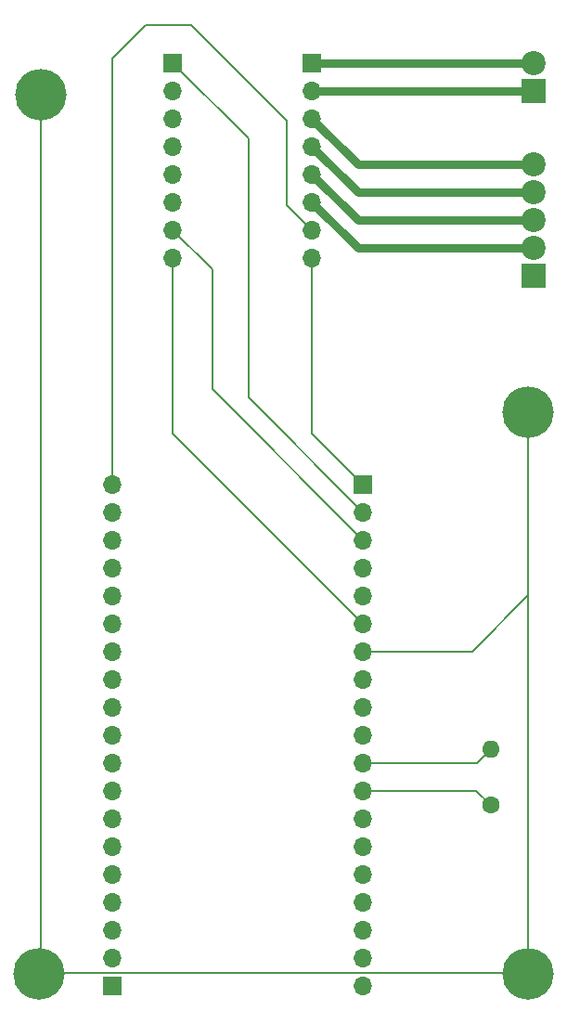
<source format=gtl>
G04 #@! TF.GenerationSoftware,KiCad,Pcbnew,8.0.2*
G04 #@! TF.CreationDate,2024-07-19T17:57:26-05:00*
G04 #@! TF.ProjectId,syringe_pump_circuit,73797269-6e67-4655-9f70-756d705f6369,rev?*
G04 #@! TF.SameCoordinates,Original*
G04 #@! TF.FileFunction,Copper,L1,Top*
G04 #@! TF.FilePolarity,Positive*
%FSLAX46Y46*%
G04 Gerber Fmt 4.6, Leading zero omitted, Abs format (unit mm)*
G04 Created by KiCad (PCBNEW 8.0.2) date 2024-07-19 17:57:26*
%MOMM*%
%LPD*%
G01*
G04 APERTURE LIST*
G04 #@! TA.AperFunction,ComponentPad*
%ADD10O,1.700000X1.700000*%
G04 #@! TD*
G04 #@! TA.AperFunction,ComponentPad*
%ADD11R,1.700000X1.700000*%
G04 #@! TD*
G04 #@! TA.AperFunction,ComponentPad*
%ADD12R,2.200000X2.200000*%
G04 #@! TD*
G04 #@! TA.AperFunction,ComponentPad*
%ADD13C,2.200000*%
G04 #@! TD*
G04 #@! TA.AperFunction,ComponentPad*
%ADD14C,4.700000*%
G04 #@! TD*
G04 #@! TA.AperFunction,ComponentPad*
%ADD15C,1.600000*%
G04 #@! TD*
G04 #@! TA.AperFunction,ComponentPad*
%ADD16O,1.600000X1.600000*%
G04 #@! TD*
G04 #@! TA.AperFunction,Conductor*
%ADD17C,0.200000*%
G04 #@! TD*
G04 #@! TA.AperFunction,Conductor*
%ADD18C,0.800000*%
G04 #@! TD*
G04 APERTURE END LIST*
D10*
X169200000Y-59120000D03*
X169200000Y-56580000D03*
X169200000Y-54040000D03*
X169200000Y-51500000D03*
X169200000Y-48960000D03*
X169200000Y-46420000D03*
X169200000Y-43880000D03*
D11*
X169200000Y-41340000D03*
D12*
X189400000Y-60760000D03*
D13*
X189400000Y-58220000D03*
X189400000Y-55680000D03*
X189400000Y-53140000D03*
X189400000Y-50600000D03*
D14*
X188898809Y-73200000D03*
D11*
X156500000Y-41340000D03*
D10*
X156500000Y-43880000D03*
X156500000Y-46420000D03*
X156500000Y-48960000D03*
X156500000Y-51500000D03*
X156500000Y-54040000D03*
X156500000Y-56580000D03*
X156500000Y-59120000D03*
D11*
X173860000Y-79750000D03*
D10*
X173860000Y-82290000D03*
X173860000Y-84830000D03*
X173860000Y-87370000D03*
X173860000Y-89910000D03*
X173860000Y-92450000D03*
X173860000Y-94990000D03*
X173860000Y-97530000D03*
X173860000Y-100070000D03*
X173860000Y-102610000D03*
X173860000Y-105150000D03*
X173860000Y-107690000D03*
X173860000Y-110230000D03*
X173860000Y-112770000D03*
X173860000Y-115310000D03*
X173860000Y-117850000D03*
X173860000Y-120390000D03*
X173860000Y-122930000D03*
X173860000Y-125470000D03*
D14*
X188900000Y-124400000D03*
D10*
X151000000Y-79780000D03*
X151000000Y-82320000D03*
X151000000Y-84860000D03*
X151000000Y-87400000D03*
X151000000Y-89940000D03*
X151000000Y-92480000D03*
X151000000Y-95020000D03*
X151000000Y-97560000D03*
X151000000Y-100100000D03*
X151000000Y-102640000D03*
X151000000Y-105180000D03*
X151000000Y-107720000D03*
X151000000Y-110260000D03*
X151000000Y-112800000D03*
X151000000Y-115340000D03*
X151000000Y-117880000D03*
X151000000Y-120420000D03*
X151000000Y-122960000D03*
D11*
X151000000Y-125500000D03*
D14*
X144300000Y-124400000D03*
D15*
X185500000Y-109000000D03*
D16*
X185500000Y-103920000D03*
D14*
X144400000Y-44200000D03*
D13*
X189400000Y-41360000D03*
D12*
X189400000Y-43900000D03*
D17*
X156500000Y-75090000D02*
X173860000Y-92450000D01*
X156500000Y-59120000D02*
X156500000Y-75090000D01*
X163400000Y-48240000D02*
X163400000Y-71830000D01*
X163400000Y-71830000D02*
X173860000Y-82290000D01*
X160100000Y-71070000D02*
X173860000Y-84830000D01*
X160100000Y-60180000D02*
X160100000Y-71070000D01*
X156500000Y-56580000D02*
X160100000Y-60180000D01*
X156500000Y-41340000D02*
X163400000Y-48240000D01*
X154000000Y-37900000D02*
X151000000Y-40900000D01*
X151000000Y-40900000D02*
X151000000Y-79780000D01*
X166900000Y-46600000D02*
X158200000Y-37900000D01*
X166900000Y-54280000D02*
X166900000Y-46600000D01*
X169200000Y-56580000D02*
X166900000Y-54280000D01*
X158200000Y-37900000D02*
X154000000Y-37900000D01*
X169200000Y-59120000D02*
X169200000Y-75090000D01*
X169200000Y-75090000D02*
X173860000Y-79750000D01*
X184270000Y-105150000D02*
X185500000Y-103920000D01*
X173860000Y-105150000D02*
X184270000Y-105150000D01*
X173860000Y-107690000D02*
X184190000Y-107690000D01*
X184190000Y-107690000D02*
X185500000Y-109000000D01*
X173860000Y-94990000D02*
X183810000Y-94990000D01*
X144400000Y-44200000D02*
X144400000Y-124300000D01*
X183810000Y-94990000D02*
X188900000Y-89900000D01*
X188900000Y-73200000D02*
X188900000Y-89900000D01*
X188820000Y-124320000D02*
X188900000Y-124400000D01*
X144380000Y-124320000D02*
X188820000Y-124320000D01*
X188900000Y-89900000D02*
X188900000Y-124400000D01*
D18*
X169200000Y-54040000D02*
X173380000Y-58220000D01*
X173380000Y-58220000D02*
X189400000Y-58220000D01*
X169200000Y-46420000D02*
X173380000Y-50600000D01*
X173380000Y-50600000D02*
X189400000Y-50600000D01*
X169200000Y-48960000D02*
X173380000Y-53140000D01*
X173380000Y-53140000D02*
X189400000Y-53140000D01*
X169200000Y-51500000D02*
X173380000Y-55680000D01*
X173380000Y-55680000D02*
X189400000Y-55680000D01*
X189400000Y-41360000D02*
X169220000Y-41360000D01*
D17*
X169220000Y-41360000D02*
X169200000Y-41340000D01*
D18*
X189400000Y-43900000D02*
X169220000Y-43900000D01*
D17*
X169220000Y-43900000D02*
X169200000Y-43880000D01*
M02*

</source>
